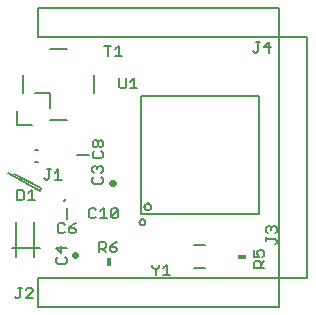
<source format=gto>
G75*
G70*
%OFA0B0*%
%FSLAX24Y24*%
%IPPOS*%
%LPD*%
%AMOC8*
5,1,8,0,0,1.08239X$1,22.5*
%
%ADD10C,0.0080*%
%ADD11C,0.0220*%
%ADD12C,0.0050*%
%ADD13R,0.0300X0.0180*%
%ADD14R,0.0180X0.0300*%
D10*
X009604Y003092D02*
X009604Y003467D01*
X012004Y002980D02*
X012006Y003000D01*
X012012Y003018D01*
X012021Y003036D01*
X012033Y003051D01*
X012048Y003063D01*
X012066Y003072D01*
X012084Y003078D01*
X012104Y003080D01*
X012124Y003078D01*
X012142Y003072D01*
X012160Y003063D01*
X012175Y003051D01*
X012187Y003036D01*
X012196Y003018D01*
X012202Y003000D01*
X012204Y002980D01*
X012202Y002960D01*
X012196Y002942D01*
X012187Y002924D01*
X012175Y002909D01*
X012160Y002897D01*
X012142Y002888D01*
X012124Y002882D01*
X012104Y002880D01*
X012084Y002882D01*
X012066Y002888D01*
X012048Y002897D01*
X012033Y002909D01*
X012021Y002924D01*
X012012Y002942D01*
X012006Y002960D01*
X012004Y002980D01*
X010308Y005226D02*
X009933Y005226D01*
D11*
X011092Y004270D02*
X011116Y004270D01*
X009866Y001890D02*
X009842Y001890D01*
D12*
X007897Y000436D02*
X007839Y000494D01*
X007897Y000436D02*
X007956Y000436D01*
X008014Y000494D01*
X008014Y000786D01*
X007956Y000786D02*
X008072Y000786D01*
X008207Y000728D02*
X008266Y000786D01*
X008382Y000786D01*
X008441Y000728D01*
X008441Y000669D01*
X008207Y000436D01*
X008441Y000436D01*
X008614Y000159D02*
X008614Y001103D01*
X016645Y001103D01*
X016645Y000159D01*
X008614Y000159D01*
X009287Y001578D02*
X009229Y001637D01*
X009229Y001753D01*
X009287Y001812D01*
X009404Y001947D02*
X009404Y002180D01*
X009579Y002122D02*
X009229Y002122D01*
X009404Y001947D01*
X009521Y001812D02*
X009579Y001753D01*
X009579Y001637D01*
X009521Y001578D01*
X009287Y001578D01*
X008504Y001830D02*
X008504Y002980D01*
X007904Y002980D02*
X007904Y001830D01*
X007754Y002130D02*
X008704Y002130D01*
X009279Y002663D02*
X009337Y002605D01*
X009454Y002605D01*
X009513Y002663D01*
X009647Y002663D02*
X009647Y002780D01*
X009823Y002780D01*
X009881Y002722D01*
X009881Y002663D01*
X009823Y002605D01*
X009706Y002605D01*
X009647Y002663D01*
X009647Y002780D02*
X009764Y002897D01*
X009881Y002955D01*
X009513Y002897D02*
X009454Y002955D01*
X009337Y002955D01*
X009279Y002897D01*
X009279Y002663D01*
X010324Y003163D02*
X010383Y003105D01*
X010499Y003105D01*
X010558Y003163D01*
X010693Y003105D02*
X010926Y003105D01*
X010809Y003105D02*
X010809Y003455D01*
X010693Y003338D01*
X010558Y003397D02*
X010499Y003455D01*
X010383Y003455D01*
X010324Y003397D01*
X010324Y003163D01*
X011061Y003163D02*
X011119Y003105D01*
X011236Y003105D01*
X011294Y003163D01*
X011294Y003397D01*
X011061Y003163D01*
X011061Y003397D01*
X011119Y003455D01*
X011236Y003455D01*
X011294Y003397D01*
X012039Y003241D02*
X015976Y003241D01*
X015976Y007178D01*
X012039Y007178D01*
X012039Y003241D01*
X012164Y003491D02*
X012166Y003512D01*
X012172Y003531D01*
X012181Y003550D01*
X012193Y003566D01*
X012209Y003580D01*
X012226Y003591D01*
X012245Y003599D01*
X012266Y003603D01*
X012286Y003603D01*
X012307Y003599D01*
X012326Y003591D01*
X012343Y003580D01*
X012359Y003566D01*
X012371Y003550D01*
X012380Y003531D01*
X012386Y003512D01*
X012388Y003491D01*
X012386Y003470D01*
X012380Y003451D01*
X012371Y003432D01*
X012359Y003416D01*
X012343Y003402D01*
X012326Y003391D01*
X012307Y003383D01*
X012286Y003379D01*
X012266Y003379D01*
X012245Y003383D01*
X012226Y003391D01*
X012209Y003402D01*
X012193Y003416D01*
X012181Y003432D01*
X012172Y003451D01*
X012166Y003470D01*
X012164Y003491D01*
X010779Y004313D02*
X010721Y004255D01*
X010487Y004255D01*
X010429Y004313D01*
X010429Y004430D01*
X010487Y004488D01*
X010487Y004623D02*
X010429Y004682D01*
X010429Y004798D01*
X010487Y004857D01*
X010546Y004857D01*
X010604Y004798D01*
X010662Y004857D01*
X010721Y004857D01*
X010779Y004798D01*
X010779Y004682D01*
X010721Y004623D01*
X010721Y004488D02*
X010779Y004430D01*
X010779Y004313D01*
X010604Y004740D02*
X010604Y004798D01*
X010502Y005106D02*
X010735Y005106D01*
X010793Y005165D01*
X010793Y005281D01*
X010735Y005340D01*
X010735Y005475D02*
X010677Y005475D01*
X010618Y005533D01*
X010618Y005650D01*
X010677Y005708D01*
X010735Y005708D01*
X010793Y005650D01*
X010793Y005533D01*
X010735Y005475D01*
X010618Y005533D02*
X010560Y005475D01*
X010502Y005475D01*
X010443Y005533D01*
X010443Y005650D01*
X010502Y005708D01*
X010560Y005708D01*
X010618Y005650D01*
X010502Y005340D02*
X010443Y005281D01*
X010443Y005165D01*
X010502Y005106D01*
X009303Y004746D02*
X009303Y004396D01*
X009186Y004396D02*
X009420Y004396D01*
X009186Y004630D02*
X009303Y004746D01*
X009051Y004746D02*
X008935Y004746D01*
X008993Y004746D02*
X008993Y004454D01*
X008935Y004396D01*
X008876Y004396D01*
X008818Y004454D01*
X008730Y004107D02*
X008691Y004029D01*
X007630Y004609D01*
X007830Y004587D02*
X008730Y004107D01*
X008414Y004055D02*
X008297Y003938D01*
X008163Y003997D02*
X008163Y003763D01*
X008104Y003705D01*
X007929Y003705D01*
X007929Y004055D01*
X008104Y004055D01*
X008163Y003997D01*
X008414Y004055D02*
X008414Y003705D01*
X008297Y003705D02*
X008531Y003705D01*
X009500Y003674D02*
X009539Y003753D01*
X008614Y004984D02*
X008517Y004984D01*
X008517Y005378D02*
X008614Y005378D01*
X008418Y006202D02*
X007926Y006202D01*
X007926Y006694D01*
X009009Y006792D02*
X009009Y007285D01*
X008517Y007285D01*
X008123Y007285D02*
X008123Y007875D01*
X009009Y008761D02*
X009599Y008761D01*
X008614Y009159D02*
X008614Y010103D01*
X016645Y010103D01*
X016645Y009159D01*
X008614Y009159D01*
X010829Y008855D02*
X011063Y008855D01*
X010946Y008855D02*
X010946Y008505D01*
X011197Y008505D02*
X011431Y008505D01*
X011314Y008505D02*
X011314Y008855D01*
X011197Y008738D01*
X011331Y007784D02*
X011331Y007492D01*
X011390Y007434D01*
X011506Y007434D01*
X011565Y007492D01*
X011565Y007784D01*
X011700Y007667D02*
X011816Y007784D01*
X011816Y007434D01*
X011700Y007434D02*
X011933Y007434D01*
X010485Y007285D02*
X010485Y007875D01*
X009599Y006399D02*
X009009Y006399D01*
X015784Y008684D02*
X015842Y008626D01*
X015900Y008626D01*
X015959Y008684D01*
X015959Y008976D01*
X016017Y008976D02*
X015900Y008976D01*
X016152Y008801D02*
X016386Y008801D01*
X016327Y008626D02*
X016327Y008976D01*
X016152Y008801D01*
X016657Y009147D02*
X017602Y009147D01*
X017602Y001115D01*
X016657Y001115D01*
X016657Y009147D01*
X016516Y002842D02*
X016575Y002784D01*
X016575Y002667D01*
X016516Y002609D01*
X016400Y002725D02*
X016400Y002784D01*
X016458Y002842D01*
X016516Y002842D01*
X016400Y002784D02*
X016341Y002842D01*
X016283Y002842D01*
X016224Y002784D01*
X016224Y002667D01*
X016283Y002609D01*
X016224Y002474D02*
X016224Y002357D01*
X016224Y002415D02*
X016516Y002415D01*
X016575Y002357D01*
X016575Y002299D01*
X016516Y002240D01*
X016159Y001978D02*
X016101Y002037D01*
X015984Y002037D01*
X015926Y001978D01*
X015926Y001920D01*
X015984Y001803D01*
X015809Y001803D01*
X015809Y002037D01*
X016159Y001978D02*
X016159Y001862D01*
X016101Y001803D01*
X016159Y001668D02*
X016042Y001552D01*
X016042Y001610D02*
X016042Y001435D01*
X016159Y001435D02*
X015809Y001435D01*
X015809Y001610D01*
X015867Y001668D01*
X015984Y001668D01*
X016042Y001610D01*
X014201Y001436D02*
X013807Y001436D01*
X013031Y001205D02*
X012797Y001205D01*
X012914Y001205D02*
X012914Y001555D01*
X012797Y001438D01*
X012663Y001497D02*
X012663Y001555D01*
X012663Y001497D02*
X012546Y001380D01*
X012546Y001205D01*
X012546Y001380D02*
X012429Y001497D01*
X012429Y001555D01*
X011255Y002040D02*
X011255Y002098D01*
X011197Y002157D01*
X011022Y002157D01*
X011022Y002040D01*
X011080Y001981D01*
X011197Y001981D01*
X011255Y002040D01*
X011139Y002273D02*
X011022Y002157D01*
X010887Y002157D02*
X010887Y002273D01*
X010829Y002332D01*
X010653Y002332D01*
X010653Y001981D01*
X010653Y002098D02*
X010829Y002098D01*
X010887Y002157D01*
X010770Y002098D02*
X010887Y001981D01*
X011139Y002273D02*
X011255Y002332D01*
X013807Y002224D02*
X014201Y002224D01*
D13*
X015434Y001810D03*
D14*
X010978Y001656D03*
M02*

</source>
